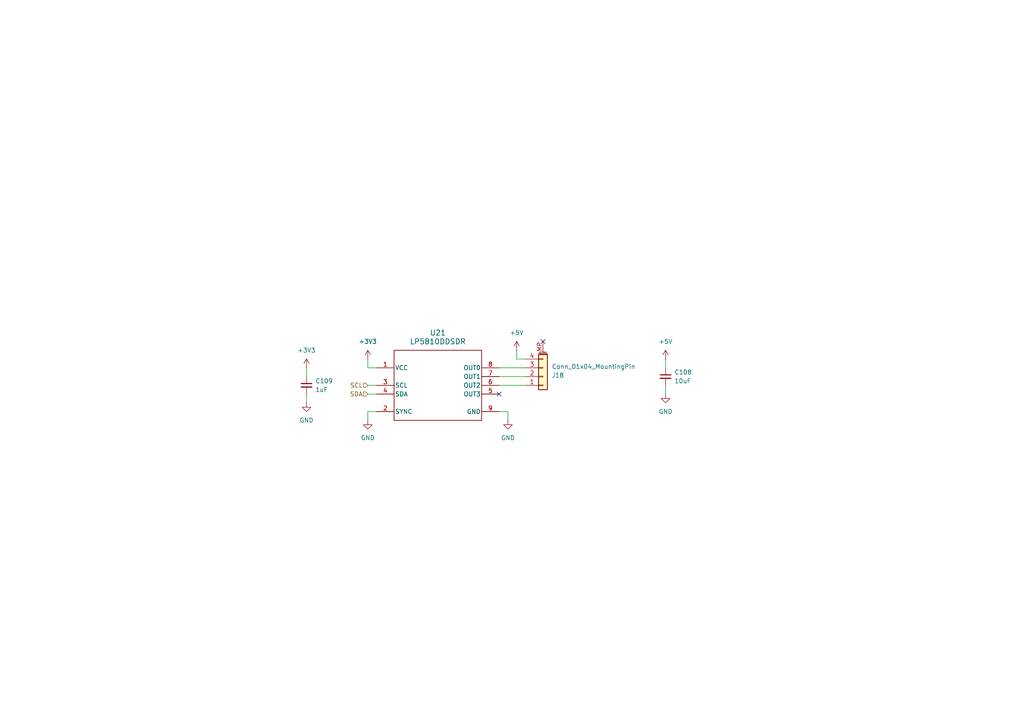
<source format=kicad_sch>
(kicad_sch (version 20250114) (generator "eeschema") (generator_version "9.0")
  (paper "A4")
  (lib_symbols
    (symbol "Connector_Generic_MountingPin:Conn_01x04_MountingPin" (pin_names (offset 1.016) (hide yes))
      (property "Reference" "J" (at 0 5.08 0))
      (property "Value" "Conn_01x04_MountingPin" (at 1.27 -7.62 0))
      (symbol "Conn_01x04_MountingPin_1_1"
        (rectangle (start -1.27 3.81) (end 1.27 -6.35) (stroke (width 0.254)) (fill (type background)))
        (rectangle (start -1.27 2.667) (end 0 2.413) (stroke (width 0.1524)))
        (rectangle (start -1.27 0.127) (end 0 -0.127) (stroke (width 0.1524)))
        (rectangle (start -1.27 -2.413) (end 0 -2.667) (stroke (width 0.1524)))
        (rectangle (start -1.27 -4.953) (end 0 -5.207) (stroke (width 0.1524)))
        (polyline (pts (xy -1.016 -7.112) (xy 1.016 -7.112)) (stroke (width 0.1524)))
        (text "Mounting" (at 0 -6.731 0) (effects (font (size 0.381 0.381))))
        (pin passive line (at -5.08 2.54 0) (length 3.81) (name "Pin_1") (number "1"))
        (pin passive line (at -5.08 0 0) (length 3.81) (name "Pin_2") (number "2"))
        (pin passive line (at -5.08 -2.54 0) (length 3.81) (name "Pin_3") (number "3"))
        (pin passive line (at -5.08 -5.08 0) (length 3.81) (name "Pin_4") (number "4"))
        (pin passive line (at 0 -10.16 90) (length 3.048) (name "MountPin") (number "MP"))
      )
    )
    (symbol "Device:C_Small" (pin_numbers (hide yes)) (pin_names (offset 0.254) (hide yes))
      (property "Reference" "C" (at 0.254 1.778 0))
      (property "Value" "C_Small" (at 0.254 -2.032 0))
      (symbol "C_Small_0_1"
        (polyline (pts (xy -1.524 0.508) (xy 1.524 0.508)) (stroke (width 0.3048)))
        (polyline (pts (xy -1.524 -0.508) (xy 1.524 -0.508)) (stroke (width 0.3302)))
      )
      (symbol "C_Small_1_1"
        (pin passive line (at 0 2.54 270) (length 2.032) (name "~") (number "1"))
        (pin passive line (at 0 -2.54 90) (length 2.032) (name "~") (number "2"))
      )
    )
    (symbol "LP5810:LP5810ADSDR" (pin_names (offset 0.254))
      (property "Reference" "U" (at 0 2.54 0))
      (property "Value" "LP5810ADSDR" (at 0 0 0))
      (symbol "LP5810ADSDR_0_1"
        (polyline (pts (xy 5.08 3.81) (xy 5.08 -16.51)) (stroke (width 0.2032)))
        (polyline (pts (xy 5.08 -16.51) (xy 30.48 -16.51)) (stroke (width 0.2032)))
        (polyline (pts (xy 30.48 3.81) (xy 5.08 3.81)) (stroke (width 0.2032)))
        (polyline (pts (xy 30.48 -16.51) (xy 30.48 3.81)) (stroke (width 0.2032)))
        (pin power_in line (at 0 -1.27 0) (length 5.08) (name "VCC") (number "1"))
        (pin input line (at 0 -6.35 0) (length 5.08) (name "SCL") (number "3"))
        (pin bidirectional line (at 0 -8.89 0) (length 5.08) (name "SDA") (number "4"))
        (pin bidirectional line (at 0 -13.97 0) (length 5.08) (name "SYNC") (number "2"))
        (pin unspecified line (at 35.56 -1.27 180) (length 5.08) (name "OUT0") (number "8"))
        (pin unspecified line (at 35.56 -3.81 180) (length 5.08) (name "OUT1") (number "7"))
        (pin unspecified line (at 35.56 -6.35 180) (length 5.08) (name "OUT2") (number "6"))
        (pin unspecified line (at 35.56 -8.89 180) (length 5.08) (name "OUT3") (number "5"))
        (pin power_in line (at 35.56 -13.97 180) (length 5.08) (name "GND") (number "9"))
      )
    )
    (symbol "power:+3V3" (power) (pin_numbers (hide yes)) (pin_names (offset 0) (hide yes))
      (property "Value" "+3V3" (at 0 3.556 0))
      (symbol "+3V3_0_1"
        (polyline (pts (xy -0.762 1.27) (xy 0 2.54)))
        (polyline (pts (xy 0 2.54) (xy 0.762 1.27)))
        (polyline (pts (xy 0 0) (xy 0 2.54)))
      )
      (symbol "+3V3_1_1"
        (pin power_in line (at 0 0 90) (length 0) (name "~") (number "1"))
      )
    )
    (symbol "power:+5V" (power) (pin_numbers (hide yes)) (pin_names (offset 0) (hide yes))
      (property "Value" "+5V" (at 0 3.556 0))
      (symbol "+5V_0_1"
        (polyline (pts (xy -0.762 1.27) (xy 0 2.54)))
        (polyline (pts (xy 0 2.54) (xy 0.762 1.27)))
        (polyline (pts (xy 0 0) (xy 0 2.54)))
      )
      (symbol "+5V_1_1"
        (pin power_in line (at 0 0 90) (length 0) (name "~") (number "1"))
      )
    )
    (symbol "power:GND" (power) (pin_numbers (hide yes)) (pin_names (offset 0) (hide yes))
      (property "Value" "GND" (at 0 -3.81 0))
      (symbol "GND_0_1"
        (polyline (pts (xy 0 0) (xy 0 -1.27) (xy 1.27 -1.27) (xy 0 -2.54) (xy -1.27 -1.27) (xy 0 -1.27)))
      )
      (symbol "GND_1_1"
        (pin power_in line (at 0 0 270) (length 0) (name "~") (number "1"))
      )
    )
  )
  (no_connect (at 144.78 114.3))
  (no_connect (at 157.48 99.06))
  (wire (pts (xy 144.78 119.38) (xy 147.32 119.38)))
  (wire (pts (xy 147.32 119.38) (xy 147.32 121.92)))
  (wire (pts (xy 106.68 121.92) (xy 106.68 119.38)))
  (wire (pts (xy 106.68 111.76) (xy 109.22 111.76)))
  (wire (pts (xy 144.78 109.22) (xy 152.4 109.22)))
  (wire (pts (xy 193.04 111.76) (xy 193.04 114.3)))
  (wire (pts (xy 88.9 114.3) (xy 88.9 116.84)))
  (wire (pts (xy 149.86 104.14) (xy 152.4 104.14)))
  (wire (pts (xy 149.86 101.6) (xy 149.86 104.14)))
  (wire (pts (xy 106.68 104.14) (xy 106.68 106.68)))
  (wire (pts (xy 106.68 119.38) (xy 109.22 119.38)))
  (wire (pts (xy 106.68 114.3) (xy 109.22 114.3)))
  (wire (pts (xy 88.9 106.68) (xy 88.9 109.22)))
  (wire (pts (xy 193.04 104.14) (xy 193.04 106.68)))
  (wire (pts (xy 106.68 106.68) (xy 109.22 106.68)))
  (wire (pts (xy 144.78 111.76) (xy 152.4 111.76)))
  (wire (pts (xy 144.78 106.68) (xy 152.4 106.68)))
  (hierarchical_label "SCL" (shape input) (at 106.68 111.76 180))
  (hierarchical_label "SDA" (shape input) (at 106.68 114.3 180))
  (symbol (lib_id "power:+5V") (at 149.86 101.6 0) (unit 1)
    (property "Reference" "#PWR0255" (effects (hide yes)))
    (property "Value" "+5V" (at 149.86 96.52 0))
    (property "Description" "Power symbol creates a global label with name \"+5V\"" (effects (hide yes)))
  )
  (symbol (lib_id "LP5810:LP5810ADSDR") (at 109.22 105.41 0) (unit 1)
    (property "Reference" "U21" (at 127 96.52 0) (effects (font (size 1.524 1.524))))
    (property "Value" "LP5810DDSDR" (at 127 99.06 0) (effects (font (size 1.524 1.524))))
    (property "Footprint" "footprints:DSD0008B-IPC_A" (effects (hide yes)))
    (property "Datasheet" "LP5810ADSDR" (effects (hide yes)))
    (property "LCSC" "C32392783" (effects (hide yes)))
  )
  (symbol (lib_id "Connector_Generic_MountingPin:Conn_01x04_MountingPin") (at 157.48 109.22 0) (mirror x) (unit 1)
    (property "Reference" "J18" (at 160.02 108.8645 0) (effects (justify left)))
    (property "Value" "Conn_01x04_MountingPin" (at 160.02 106.3245 0) (effects (justify left)))
    (property "Footprint" "Connector_JST:JST_SH_BM04B-SRSS-TB_1x04-1MP_P1.00mm_Vertical" (effects (hide yes)))
    (property "Description" "Generic connectable mounting pin connector, single row, 01x04, script generated (kicad-library-utils/schlib/autogen/connector/)" (effects (hide yes)))
    (property "LCSC" "C160390" (effects (hide yes)))
  )
  (symbol (lib_id "power:+3V3") (at 88.9 106.68 0) (unit 1)
    (property "Reference" "#PWR0251" (effects (hide yes)))
    (property "Value" "+3V3" (at 88.9 101.6 0))
    (property "Description" "Power symbol creates a global label with name \"+3V3\"" (effects (hide yes)))
  )
  (symbol (lib_id "Device:C_Small") (at 193.04 109.22 0) (unit 1)
    (property "Reference" "C108" (at 195.58 107.9562 0) (effects (justify left)))
    (property "Value" "10uF" (at 195.58 110.4962 0) (effects (justify left)))
    (property "Footprint" "Capacitor_SMD:C_0603_1608Metric" (effects (hide yes)))
    (property "Description" "Unpolarized capacitor, small symbol" (effects (hide yes)))
    (property "LCSC" "C19702" (effects (hide yes)))
    (property "Voltage" "10V" (effects (hide yes)))
  )
  (symbol (lib_id "power:GND") (at 88.9 116.84 0) (unit 1)
    (property "Reference" "#PWR0252" (effects (hide yes)))
    (property "Value" "GND" (at 88.9 121.92 0))
    (property "Description" "Power symbol creates a global label with name \"GND\" , ground" (effects (hide yes)))
  )
  (symbol (lib_id "power:+5V") (at 193.04 104.14 0) (unit 1)
    (property "Reference" "#PWR0256" (effects (hide yes)))
    (property "Value" "+5V" (at 193.04 99.06 0))
    (property "Description" "Power symbol creates a global label with name \"+5V\"" (effects (hide yes)))
  )
  (symbol (lib_id "power:+3V3") (at 106.68 104.14 0) (unit 1)
    (property "Reference" "#PWR0250" (effects (hide yes)))
    (property "Value" "+3V3" (at 106.68 99.06 0))
    (property "Description" "Power symbol creates a global label with name \"+3V3\"" (effects (hide yes)))
  )
  (symbol (lib_id "power:GND") (at 106.68 121.92 0) (unit 1)
    (property "Reference" "#PWR0254" (effects (hide yes)))
    (property "Value" "GND" (at 106.68 127 0))
    (property "Description" "Power symbol creates a global label with name \"GND\" , ground" (effects (hide yes)))
  )
  (symbol (lib_id "power:GND") (at 147.32 121.92 0) (unit 1)
    (property "Reference" "#PWR0253" (effects (hide yes)))
    (property "Value" "GND" (at 147.32 127 0))
    (property "Description" "Power symbol creates a global label with name \"GND\" , ground" (effects (hide yes)))
  )
  (symbol (lib_id "Device:C_Small") (at 88.9 111.76 0) (unit 1)
    (property "Reference" "C109" (at 91.44 110.4962 0) (effects (justify left)))
    (property "Value" "1uF" (at 91.44 113.0362 0) (effects (justify left)))
    (property "Footprint" "Capacitor_SMD:C_0402_1005Metric" (effects (hide yes)))
    (property "Description" "Unpolarized capacitor, small symbol" (effects (hide yes)))
    (property "LCSC" "C52923" (effects (hide yes)))
  )
  (symbol (lib_id "power:GND") (at 193.04 114.3 0) (unit 1)
    (property "Reference" "#PWR0257" (effects (hide yes)))
    (property "Value" "GND" (at 193.04 119.38 0))
    (property "Description" "Power symbol creates a global label with name \"GND\" , ground" (effects (hide yes)))
  )
)
</source>
